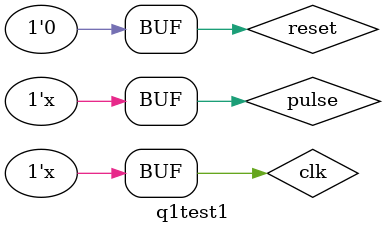
<source format=v>
`timescale 1ns / 1ps


module q1test1;

	// Inputs
	reg clk;
	reg pulse;
	reg reset;

	// Outputs
	wire [7:0] out;

	// Instantiate the Unit Under Test (UUT)
	speedometer uut (
		.clk(clk), 
		.pulse(pulse), 
		.reset(reset), 
		.out(out)
	);

	initial begin
		// Initialize Inputs
		clk = 0;
		pulse = 0;
		reset = 0;

		// Wait 100 ns for global reset to finish        
		// Add stimulus here
		#1500000000 reset=1;
		#100000000 reset=0;

	end
	
always #12.5 clk=~clk;
always #12500000 pulse=~pulse;
endmodule


</source>
